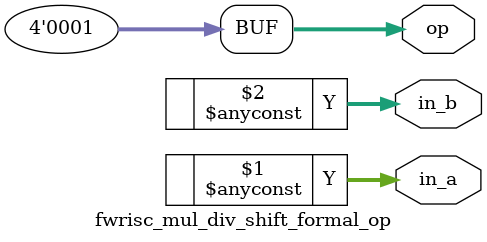
<source format=sv>

module fwrisc_mul_div_shift_formal_op(
		output[31:0]		in_a,
		output[31:0]		in_b,
		output[3:0]			op
		);
	
assign op = 4'b0001; // srl
assign in_a = $anyconst;
assign in_b = $anyconst;

endmodule
</source>
